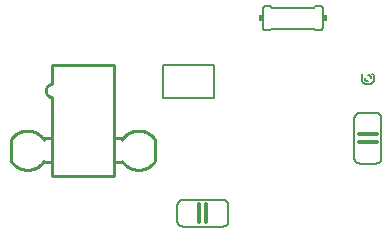
<source format=gto>
G75*
%MOIN*%
%OFA0B0*%
%FSLAX25Y25*%
%IPPOS*%
%LPD*%
%AMOC8*
5,1,8,0,0,1.08239X$1,22.5*
%
%ADD10C,0.00600*%
%ADD11C,0.01200*%
%ADD12R,0.01500X0.02000*%
%ADD13C,0.00500*%
%ADD14C,0.01000*%
D10*
X0063100Y0024100D02*
X0063100Y0029100D01*
X0063102Y0029187D01*
X0063108Y0029274D01*
X0063117Y0029361D01*
X0063130Y0029447D01*
X0063147Y0029533D01*
X0063168Y0029618D01*
X0063193Y0029701D01*
X0063221Y0029784D01*
X0063252Y0029865D01*
X0063287Y0029945D01*
X0063326Y0030023D01*
X0063368Y0030100D01*
X0063413Y0030175D01*
X0063462Y0030247D01*
X0063513Y0030318D01*
X0063568Y0030386D01*
X0063625Y0030451D01*
X0063686Y0030514D01*
X0063749Y0030575D01*
X0063814Y0030632D01*
X0063882Y0030687D01*
X0063953Y0030738D01*
X0064025Y0030787D01*
X0064100Y0030832D01*
X0064177Y0030874D01*
X0064255Y0030913D01*
X0064335Y0030948D01*
X0064416Y0030979D01*
X0064499Y0031007D01*
X0064582Y0031032D01*
X0064667Y0031053D01*
X0064753Y0031070D01*
X0064839Y0031083D01*
X0064926Y0031092D01*
X0065013Y0031098D01*
X0065100Y0031100D01*
X0078100Y0031100D01*
X0078187Y0031098D01*
X0078274Y0031092D01*
X0078361Y0031083D01*
X0078447Y0031070D01*
X0078533Y0031053D01*
X0078618Y0031032D01*
X0078701Y0031007D01*
X0078784Y0030979D01*
X0078865Y0030948D01*
X0078945Y0030913D01*
X0079023Y0030874D01*
X0079100Y0030832D01*
X0079175Y0030787D01*
X0079247Y0030738D01*
X0079318Y0030687D01*
X0079386Y0030632D01*
X0079451Y0030575D01*
X0079514Y0030514D01*
X0079575Y0030451D01*
X0079632Y0030386D01*
X0079687Y0030318D01*
X0079738Y0030247D01*
X0079787Y0030175D01*
X0079832Y0030100D01*
X0079874Y0030023D01*
X0079913Y0029945D01*
X0079948Y0029865D01*
X0079979Y0029784D01*
X0080007Y0029701D01*
X0080032Y0029618D01*
X0080053Y0029533D01*
X0080070Y0029447D01*
X0080083Y0029361D01*
X0080092Y0029274D01*
X0080098Y0029187D01*
X0080100Y0029100D01*
X0080100Y0024100D01*
X0080098Y0024013D01*
X0080092Y0023926D01*
X0080083Y0023839D01*
X0080070Y0023753D01*
X0080053Y0023667D01*
X0080032Y0023582D01*
X0080007Y0023499D01*
X0079979Y0023416D01*
X0079948Y0023335D01*
X0079913Y0023255D01*
X0079874Y0023177D01*
X0079832Y0023100D01*
X0079787Y0023025D01*
X0079738Y0022953D01*
X0079687Y0022882D01*
X0079632Y0022814D01*
X0079575Y0022749D01*
X0079514Y0022686D01*
X0079451Y0022625D01*
X0079386Y0022568D01*
X0079318Y0022513D01*
X0079247Y0022462D01*
X0079175Y0022413D01*
X0079100Y0022368D01*
X0079023Y0022326D01*
X0078945Y0022287D01*
X0078865Y0022252D01*
X0078784Y0022221D01*
X0078701Y0022193D01*
X0078618Y0022168D01*
X0078533Y0022147D01*
X0078447Y0022130D01*
X0078361Y0022117D01*
X0078274Y0022108D01*
X0078187Y0022102D01*
X0078100Y0022100D01*
X0065100Y0022100D01*
X0065013Y0022102D01*
X0064926Y0022108D01*
X0064839Y0022117D01*
X0064753Y0022130D01*
X0064667Y0022147D01*
X0064582Y0022168D01*
X0064499Y0022193D01*
X0064416Y0022221D01*
X0064335Y0022252D01*
X0064255Y0022287D01*
X0064177Y0022326D01*
X0064100Y0022368D01*
X0064025Y0022413D01*
X0063953Y0022462D01*
X0063882Y0022513D01*
X0063814Y0022568D01*
X0063749Y0022625D01*
X0063686Y0022686D01*
X0063625Y0022749D01*
X0063568Y0022814D01*
X0063513Y0022882D01*
X0063462Y0022953D01*
X0063413Y0023025D01*
X0063368Y0023100D01*
X0063326Y0023177D01*
X0063287Y0023255D01*
X0063252Y0023335D01*
X0063221Y0023416D01*
X0063193Y0023499D01*
X0063168Y0023582D01*
X0063147Y0023667D01*
X0063130Y0023753D01*
X0063117Y0023839D01*
X0063108Y0023926D01*
X0063102Y0024013D01*
X0063100Y0024100D01*
X0122100Y0045100D02*
X0122100Y0058100D01*
X0122102Y0058187D01*
X0122108Y0058274D01*
X0122117Y0058361D01*
X0122130Y0058447D01*
X0122147Y0058533D01*
X0122168Y0058618D01*
X0122193Y0058701D01*
X0122221Y0058784D01*
X0122252Y0058865D01*
X0122287Y0058945D01*
X0122326Y0059023D01*
X0122368Y0059100D01*
X0122413Y0059175D01*
X0122462Y0059247D01*
X0122513Y0059318D01*
X0122568Y0059386D01*
X0122625Y0059451D01*
X0122686Y0059514D01*
X0122749Y0059575D01*
X0122814Y0059632D01*
X0122882Y0059687D01*
X0122953Y0059738D01*
X0123025Y0059787D01*
X0123100Y0059832D01*
X0123177Y0059874D01*
X0123255Y0059913D01*
X0123335Y0059948D01*
X0123416Y0059979D01*
X0123499Y0060007D01*
X0123582Y0060032D01*
X0123667Y0060053D01*
X0123753Y0060070D01*
X0123839Y0060083D01*
X0123926Y0060092D01*
X0124013Y0060098D01*
X0124100Y0060100D01*
X0129100Y0060100D01*
X0129187Y0060098D01*
X0129274Y0060092D01*
X0129361Y0060083D01*
X0129447Y0060070D01*
X0129533Y0060053D01*
X0129618Y0060032D01*
X0129701Y0060007D01*
X0129784Y0059979D01*
X0129865Y0059948D01*
X0129945Y0059913D01*
X0130023Y0059874D01*
X0130100Y0059832D01*
X0130175Y0059787D01*
X0130247Y0059738D01*
X0130318Y0059687D01*
X0130386Y0059632D01*
X0130451Y0059575D01*
X0130514Y0059514D01*
X0130575Y0059451D01*
X0130632Y0059386D01*
X0130687Y0059318D01*
X0130738Y0059247D01*
X0130787Y0059175D01*
X0130832Y0059100D01*
X0130874Y0059023D01*
X0130913Y0058945D01*
X0130948Y0058865D01*
X0130979Y0058784D01*
X0131007Y0058701D01*
X0131032Y0058618D01*
X0131053Y0058533D01*
X0131070Y0058447D01*
X0131083Y0058361D01*
X0131092Y0058274D01*
X0131098Y0058187D01*
X0131100Y0058100D01*
X0131100Y0045100D01*
X0131098Y0045013D01*
X0131092Y0044926D01*
X0131083Y0044839D01*
X0131070Y0044753D01*
X0131053Y0044667D01*
X0131032Y0044582D01*
X0131007Y0044499D01*
X0130979Y0044416D01*
X0130948Y0044335D01*
X0130913Y0044255D01*
X0130874Y0044177D01*
X0130832Y0044100D01*
X0130787Y0044025D01*
X0130738Y0043953D01*
X0130687Y0043882D01*
X0130632Y0043814D01*
X0130575Y0043749D01*
X0130514Y0043686D01*
X0130451Y0043625D01*
X0130386Y0043568D01*
X0130318Y0043513D01*
X0130247Y0043462D01*
X0130175Y0043413D01*
X0130100Y0043368D01*
X0130023Y0043326D01*
X0129945Y0043287D01*
X0129865Y0043252D01*
X0129784Y0043221D01*
X0129701Y0043193D01*
X0129618Y0043168D01*
X0129533Y0043147D01*
X0129447Y0043130D01*
X0129361Y0043117D01*
X0129274Y0043108D01*
X0129187Y0043102D01*
X0129100Y0043100D01*
X0124100Y0043100D01*
X0124013Y0043102D01*
X0123926Y0043108D01*
X0123839Y0043117D01*
X0123753Y0043130D01*
X0123667Y0043147D01*
X0123582Y0043168D01*
X0123499Y0043193D01*
X0123416Y0043221D01*
X0123335Y0043252D01*
X0123255Y0043287D01*
X0123177Y0043326D01*
X0123100Y0043368D01*
X0123025Y0043413D01*
X0122953Y0043462D01*
X0122882Y0043513D01*
X0122814Y0043568D01*
X0122749Y0043625D01*
X0122686Y0043686D01*
X0122625Y0043749D01*
X0122568Y0043814D01*
X0122513Y0043882D01*
X0122462Y0043953D01*
X0122413Y0044025D01*
X0122368Y0044100D01*
X0122326Y0044177D01*
X0122287Y0044255D01*
X0122252Y0044335D01*
X0122221Y0044416D01*
X0122193Y0044499D01*
X0122168Y0044582D01*
X0122147Y0044667D01*
X0122130Y0044753D01*
X0122117Y0044839D01*
X0122108Y0044926D01*
X0122102Y0045013D01*
X0122100Y0045100D01*
X0125100Y0070100D02*
X0124600Y0070600D01*
X0124600Y0072600D01*
X0125100Y0073100D01*
X0125100Y0070100D02*
X0125165Y0070038D01*
X0125233Y0069978D01*
X0125303Y0069922D01*
X0125375Y0069868D01*
X0125450Y0069818D01*
X0125527Y0069771D01*
X0125605Y0069727D01*
X0125686Y0069686D01*
X0125768Y0069649D01*
X0125851Y0069616D01*
X0125936Y0069586D01*
X0126022Y0069559D01*
X0126109Y0069537D01*
X0126197Y0069518D01*
X0126286Y0069502D01*
X0126375Y0069491D01*
X0126465Y0069483D01*
X0126555Y0069479D01*
X0126645Y0069479D01*
X0126735Y0069483D01*
X0126825Y0069491D01*
X0126914Y0069502D01*
X0127003Y0069518D01*
X0127091Y0069537D01*
X0127178Y0069559D01*
X0127264Y0069586D01*
X0127349Y0069616D01*
X0127432Y0069649D01*
X0127514Y0069686D01*
X0127595Y0069727D01*
X0127673Y0069771D01*
X0127750Y0069818D01*
X0127825Y0069868D01*
X0127897Y0069922D01*
X0127967Y0069978D01*
X0128035Y0070038D01*
X0128100Y0070100D01*
X0128600Y0070600D01*
X0128600Y0072600D01*
X0128100Y0073100D01*
X0127600Y0071600D02*
X0127598Y0071660D01*
X0127593Y0071721D01*
X0127584Y0071780D01*
X0127571Y0071839D01*
X0127555Y0071898D01*
X0127535Y0071955D01*
X0127512Y0072010D01*
X0127485Y0072065D01*
X0127456Y0072117D01*
X0127423Y0072168D01*
X0127387Y0072217D01*
X0127349Y0072263D01*
X0127307Y0072307D01*
X0127263Y0072349D01*
X0127217Y0072387D01*
X0127168Y0072423D01*
X0127117Y0072456D01*
X0127065Y0072485D01*
X0127010Y0072512D01*
X0126955Y0072535D01*
X0126898Y0072555D01*
X0126839Y0072571D01*
X0126780Y0072584D01*
X0126721Y0072593D01*
X0126660Y0072598D01*
X0126600Y0072600D01*
X0125600Y0071600D02*
X0125602Y0071540D01*
X0125607Y0071479D01*
X0125616Y0071420D01*
X0125629Y0071361D01*
X0125645Y0071302D01*
X0125665Y0071245D01*
X0125688Y0071190D01*
X0125715Y0071135D01*
X0125744Y0071083D01*
X0125777Y0071032D01*
X0125813Y0070983D01*
X0125851Y0070937D01*
X0125893Y0070893D01*
X0125937Y0070851D01*
X0125983Y0070813D01*
X0126032Y0070777D01*
X0126083Y0070744D01*
X0126135Y0070715D01*
X0126190Y0070688D01*
X0126245Y0070665D01*
X0126302Y0070645D01*
X0126361Y0070629D01*
X0126420Y0070616D01*
X0126479Y0070607D01*
X0126540Y0070602D01*
X0126600Y0070600D01*
X0110600Y0087600D02*
X0109100Y0087600D01*
X0108600Y0088100D01*
X0094600Y0088100D01*
X0094100Y0087600D01*
X0092600Y0087600D01*
X0092540Y0087602D01*
X0092479Y0087607D01*
X0092420Y0087616D01*
X0092361Y0087629D01*
X0092302Y0087645D01*
X0092245Y0087665D01*
X0092190Y0087688D01*
X0092135Y0087715D01*
X0092083Y0087744D01*
X0092032Y0087777D01*
X0091983Y0087813D01*
X0091937Y0087851D01*
X0091893Y0087893D01*
X0091851Y0087937D01*
X0091813Y0087983D01*
X0091777Y0088032D01*
X0091744Y0088083D01*
X0091715Y0088135D01*
X0091688Y0088190D01*
X0091665Y0088245D01*
X0091645Y0088302D01*
X0091629Y0088361D01*
X0091616Y0088420D01*
X0091607Y0088479D01*
X0091602Y0088540D01*
X0091600Y0088600D01*
X0091600Y0094600D01*
X0091602Y0094660D01*
X0091607Y0094721D01*
X0091616Y0094780D01*
X0091629Y0094839D01*
X0091645Y0094898D01*
X0091665Y0094955D01*
X0091688Y0095010D01*
X0091715Y0095065D01*
X0091744Y0095117D01*
X0091777Y0095168D01*
X0091813Y0095217D01*
X0091851Y0095263D01*
X0091893Y0095307D01*
X0091937Y0095349D01*
X0091983Y0095387D01*
X0092032Y0095423D01*
X0092083Y0095456D01*
X0092135Y0095485D01*
X0092190Y0095512D01*
X0092245Y0095535D01*
X0092302Y0095555D01*
X0092361Y0095571D01*
X0092420Y0095584D01*
X0092479Y0095593D01*
X0092540Y0095598D01*
X0092600Y0095600D01*
X0094100Y0095600D01*
X0094600Y0095100D01*
X0108600Y0095100D01*
X0109100Y0095600D01*
X0110600Y0095600D01*
X0110660Y0095598D01*
X0110721Y0095593D01*
X0110780Y0095584D01*
X0110839Y0095571D01*
X0110898Y0095555D01*
X0110955Y0095535D01*
X0111010Y0095512D01*
X0111065Y0095485D01*
X0111117Y0095456D01*
X0111168Y0095423D01*
X0111217Y0095387D01*
X0111263Y0095349D01*
X0111307Y0095307D01*
X0111349Y0095263D01*
X0111387Y0095217D01*
X0111423Y0095168D01*
X0111456Y0095117D01*
X0111485Y0095065D01*
X0111512Y0095010D01*
X0111535Y0094955D01*
X0111555Y0094898D01*
X0111571Y0094839D01*
X0111584Y0094780D01*
X0111593Y0094721D01*
X0111598Y0094660D01*
X0111600Y0094600D01*
X0111600Y0088600D01*
X0111598Y0088540D01*
X0111593Y0088479D01*
X0111584Y0088420D01*
X0111571Y0088361D01*
X0111555Y0088302D01*
X0111535Y0088245D01*
X0111512Y0088190D01*
X0111485Y0088135D01*
X0111456Y0088083D01*
X0111423Y0088032D01*
X0111387Y0087983D01*
X0111349Y0087937D01*
X0111307Y0087893D01*
X0111263Y0087851D01*
X0111217Y0087813D01*
X0111168Y0087777D01*
X0111117Y0087744D01*
X0111065Y0087715D01*
X0111010Y0087688D01*
X0110955Y0087665D01*
X0110898Y0087645D01*
X0110839Y0087629D01*
X0110780Y0087616D01*
X0110721Y0087607D01*
X0110660Y0087602D01*
X0110600Y0087600D01*
D11*
X0123600Y0052800D02*
X0129600Y0052800D01*
X0129600Y0050300D02*
X0123600Y0050300D01*
X0072800Y0029600D02*
X0072800Y0023600D01*
X0070300Y0023600D02*
X0070300Y0029600D01*
D12*
X0090850Y0091600D03*
X0112350Y0091600D03*
D13*
X0075183Y0075852D02*
X0075183Y0065025D01*
X0058450Y0065025D01*
X0058450Y0075852D01*
X0075183Y0075852D01*
D14*
X0021364Y0065261D02*
X0021364Y0038883D01*
X0041836Y0038883D01*
X0041836Y0075891D01*
X0021364Y0075891D01*
X0021364Y0069592D01*
X0021272Y0069590D01*
X0021180Y0069584D01*
X0021089Y0069574D01*
X0020998Y0069561D01*
X0020908Y0069543D01*
X0020818Y0069522D01*
X0020730Y0069497D01*
X0020643Y0069468D01*
X0020557Y0069436D01*
X0020472Y0069400D01*
X0020389Y0069360D01*
X0020308Y0069317D01*
X0020229Y0069271D01*
X0020152Y0069221D01*
X0020077Y0069168D01*
X0020004Y0069111D01*
X0019934Y0069052D01*
X0019866Y0068990D01*
X0019801Y0068925D01*
X0019739Y0068857D01*
X0019680Y0068787D01*
X0019623Y0068714D01*
X0019570Y0068639D01*
X0019520Y0068562D01*
X0019474Y0068483D01*
X0019431Y0068402D01*
X0019391Y0068319D01*
X0019355Y0068234D01*
X0019323Y0068148D01*
X0019294Y0068061D01*
X0019269Y0067973D01*
X0019248Y0067883D01*
X0019230Y0067793D01*
X0019217Y0067702D01*
X0019207Y0067611D01*
X0019201Y0067519D01*
X0019199Y0067427D01*
X0019201Y0067335D01*
X0019207Y0067243D01*
X0019217Y0067152D01*
X0019230Y0067061D01*
X0019248Y0066971D01*
X0019269Y0066881D01*
X0019294Y0066793D01*
X0019323Y0066706D01*
X0019355Y0066620D01*
X0019391Y0066535D01*
X0019431Y0066452D01*
X0019474Y0066371D01*
X0019520Y0066292D01*
X0019570Y0066215D01*
X0019623Y0066140D01*
X0019680Y0066067D01*
X0019739Y0065997D01*
X0019801Y0065929D01*
X0019866Y0065864D01*
X0019934Y0065802D01*
X0020004Y0065743D01*
X0020077Y0065686D01*
X0020152Y0065633D01*
X0020229Y0065583D01*
X0020308Y0065537D01*
X0020389Y0065494D01*
X0020472Y0065454D01*
X0020557Y0065418D01*
X0020643Y0065386D01*
X0020730Y0065357D01*
X0020818Y0065332D01*
X0020908Y0065311D01*
X0020998Y0065293D01*
X0021089Y0065280D01*
X0021180Y0065270D01*
X0021272Y0065264D01*
X0021364Y0065262D01*
X0020970Y0051482D02*
X0018214Y0051482D01*
X0018607Y0044002D02*
X0018519Y0043869D01*
X0018428Y0043738D01*
X0018334Y0043609D01*
X0018236Y0043482D01*
X0018136Y0043358D01*
X0018032Y0043237D01*
X0017926Y0043118D01*
X0017816Y0043001D01*
X0017704Y0042887D01*
X0017589Y0042776D01*
X0017472Y0042668D01*
X0017352Y0042563D01*
X0017229Y0042461D01*
X0017104Y0042362D01*
X0016976Y0042266D01*
X0016846Y0042173D01*
X0016714Y0042083D01*
X0016580Y0041996D01*
X0016444Y0041913D01*
X0016305Y0041833D01*
X0016165Y0041756D01*
X0016023Y0041683D01*
X0015880Y0041614D01*
X0015734Y0041548D01*
X0015587Y0041485D01*
X0015439Y0041426D01*
X0015289Y0041371D01*
X0015138Y0041319D01*
X0014985Y0041271D01*
X0014832Y0041227D01*
X0014677Y0041187D01*
X0014522Y0041150D01*
X0014366Y0041117D01*
X0014209Y0041088D01*
X0014051Y0041063D01*
X0013893Y0041042D01*
X0013734Y0041024D01*
X0013575Y0041011D01*
X0013415Y0041001D01*
X0013256Y0040995D01*
X0013096Y0040993D01*
X0012936Y0040995D01*
X0012777Y0041001D01*
X0012617Y0041011D01*
X0012458Y0041024D01*
X0012299Y0041042D01*
X0012141Y0041063D01*
X0011983Y0041088D01*
X0011826Y0041117D01*
X0011670Y0041150D01*
X0011515Y0041187D01*
X0011360Y0041227D01*
X0011207Y0041271D01*
X0011054Y0041319D01*
X0010903Y0041371D01*
X0010753Y0041426D01*
X0010605Y0041485D01*
X0010458Y0041548D01*
X0010312Y0041614D01*
X0010169Y0041683D01*
X0010027Y0041756D01*
X0009887Y0041833D01*
X0009748Y0041913D01*
X0009612Y0041996D01*
X0009478Y0042083D01*
X0009346Y0042173D01*
X0009216Y0042266D01*
X0009088Y0042362D01*
X0008963Y0042461D01*
X0008840Y0042563D01*
X0008720Y0042668D01*
X0008603Y0042776D01*
X0008488Y0042887D01*
X0008376Y0043001D01*
X0008266Y0043118D01*
X0008160Y0043237D01*
X0008056Y0043358D01*
X0007956Y0043482D01*
X0007858Y0043609D01*
X0007764Y0043738D01*
X0007673Y0043869D01*
X0007585Y0044002D01*
X0007584Y0044002D02*
X0007584Y0051088D01*
X0007585Y0051088D02*
X0007673Y0051221D01*
X0007764Y0051352D01*
X0007858Y0051481D01*
X0007956Y0051608D01*
X0008056Y0051732D01*
X0008160Y0051853D01*
X0008266Y0051972D01*
X0008376Y0052089D01*
X0008488Y0052203D01*
X0008603Y0052314D01*
X0008720Y0052422D01*
X0008840Y0052527D01*
X0008963Y0052629D01*
X0009088Y0052728D01*
X0009216Y0052824D01*
X0009346Y0052917D01*
X0009478Y0053007D01*
X0009612Y0053094D01*
X0009748Y0053177D01*
X0009887Y0053257D01*
X0010027Y0053334D01*
X0010169Y0053407D01*
X0010312Y0053476D01*
X0010458Y0053542D01*
X0010605Y0053605D01*
X0010753Y0053664D01*
X0010903Y0053719D01*
X0011054Y0053771D01*
X0011207Y0053819D01*
X0011360Y0053863D01*
X0011515Y0053903D01*
X0011670Y0053940D01*
X0011826Y0053973D01*
X0011983Y0054002D01*
X0012141Y0054027D01*
X0012299Y0054048D01*
X0012458Y0054066D01*
X0012617Y0054079D01*
X0012777Y0054089D01*
X0012936Y0054095D01*
X0013096Y0054097D01*
X0013256Y0054095D01*
X0013415Y0054089D01*
X0013575Y0054079D01*
X0013734Y0054066D01*
X0013893Y0054048D01*
X0014051Y0054027D01*
X0014209Y0054002D01*
X0014366Y0053973D01*
X0014522Y0053940D01*
X0014677Y0053903D01*
X0014832Y0053863D01*
X0014985Y0053819D01*
X0015138Y0053771D01*
X0015289Y0053719D01*
X0015439Y0053664D01*
X0015587Y0053605D01*
X0015734Y0053542D01*
X0015880Y0053476D01*
X0016023Y0053407D01*
X0016165Y0053334D01*
X0016305Y0053257D01*
X0016444Y0053177D01*
X0016580Y0053094D01*
X0016714Y0053007D01*
X0016846Y0052917D01*
X0016976Y0052824D01*
X0017104Y0052728D01*
X0017229Y0052629D01*
X0017352Y0052527D01*
X0017472Y0052422D01*
X0017589Y0052314D01*
X0017704Y0052203D01*
X0017816Y0052089D01*
X0017926Y0051972D01*
X0018032Y0051853D01*
X0018136Y0051732D01*
X0018236Y0051608D01*
X0018334Y0051481D01*
X0018428Y0051352D01*
X0018519Y0051221D01*
X0018607Y0051088D01*
X0018214Y0043608D02*
X0020970Y0043608D01*
X0042230Y0043608D02*
X0044986Y0043608D01*
X0044593Y0051088D02*
X0044681Y0051221D01*
X0044772Y0051352D01*
X0044866Y0051481D01*
X0044964Y0051608D01*
X0045064Y0051732D01*
X0045168Y0051853D01*
X0045274Y0051972D01*
X0045384Y0052089D01*
X0045496Y0052203D01*
X0045611Y0052314D01*
X0045728Y0052422D01*
X0045848Y0052527D01*
X0045971Y0052629D01*
X0046096Y0052728D01*
X0046224Y0052824D01*
X0046354Y0052917D01*
X0046486Y0053007D01*
X0046620Y0053094D01*
X0046756Y0053177D01*
X0046895Y0053257D01*
X0047035Y0053334D01*
X0047177Y0053407D01*
X0047320Y0053476D01*
X0047466Y0053542D01*
X0047613Y0053605D01*
X0047761Y0053664D01*
X0047911Y0053719D01*
X0048062Y0053771D01*
X0048215Y0053819D01*
X0048368Y0053863D01*
X0048523Y0053903D01*
X0048678Y0053940D01*
X0048834Y0053973D01*
X0048991Y0054002D01*
X0049149Y0054027D01*
X0049307Y0054048D01*
X0049466Y0054066D01*
X0049625Y0054079D01*
X0049785Y0054089D01*
X0049944Y0054095D01*
X0050104Y0054097D01*
X0050264Y0054095D01*
X0050423Y0054089D01*
X0050583Y0054079D01*
X0050742Y0054066D01*
X0050901Y0054048D01*
X0051059Y0054027D01*
X0051217Y0054002D01*
X0051374Y0053973D01*
X0051530Y0053940D01*
X0051685Y0053903D01*
X0051840Y0053863D01*
X0051993Y0053819D01*
X0052146Y0053771D01*
X0052297Y0053719D01*
X0052447Y0053664D01*
X0052595Y0053605D01*
X0052742Y0053542D01*
X0052888Y0053476D01*
X0053031Y0053407D01*
X0053173Y0053334D01*
X0053313Y0053257D01*
X0053452Y0053177D01*
X0053588Y0053094D01*
X0053722Y0053007D01*
X0053854Y0052917D01*
X0053984Y0052824D01*
X0054112Y0052728D01*
X0054237Y0052629D01*
X0054360Y0052527D01*
X0054480Y0052422D01*
X0054597Y0052314D01*
X0054712Y0052203D01*
X0054824Y0052089D01*
X0054934Y0051972D01*
X0055040Y0051853D01*
X0055144Y0051732D01*
X0055244Y0051608D01*
X0055342Y0051481D01*
X0055436Y0051352D01*
X0055527Y0051221D01*
X0055615Y0051088D01*
X0055616Y0051088D02*
X0055616Y0044002D01*
X0055615Y0044002D02*
X0055527Y0043869D01*
X0055436Y0043738D01*
X0055342Y0043609D01*
X0055244Y0043482D01*
X0055144Y0043358D01*
X0055040Y0043237D01*
X0054934Y0043118D01*
X0054824Y0043001D01*
X0054712Y0042887D01*
X0054597Y0042776D01*
X0054480Y0042668D01*
X0054360Y0042563D01*
X0054237Y0042461D01*
X0054112Y0042362D01*
X0053984Y0042266D01*
X0053854Y0042173D01*
X0053722Y0042083D01*
X0053588Y0041996D01*
X0053452Y0041913D01*
X0053313Y0041833D01*
X0053173Y0041756D01*
X0053031Y0041683D01*
X0052888Y0041614D01*
X0052742Y0041548D01*
X0052595Y0041485D01*
X0052447Y0041426D01*
X0052297Y0041371D01*
X0052146Y0041319D01*
X0051993Y0041271D01*
X0051840Y0041227D01*
X0051685Y0041187D01*
X0051530Y0041150D01*
X0051374Y0041117D01*
X0051217Y0041088D01*
X0051059Y0041063D01*
X0050901Y0041042D01*
X0050742Y0041024D01*
X0050583Y0041011D01*
X0050423Y0041001D01*
X0050264Y0040995D01*
X0050104Y0040993D01*
X0049944Y0040995D01*
X0049785Y0041001D01*
X0049625Y0041011D01*
X0049466Y0041024D01*
X0049307Y0041042D01*
X0049149Y0041063D01*
X0048991Y0041088D01*
X0048834Y0041117D01*
X0048678Y0041150D01*
X0048523Y0041187D01*
X0048368Y0041227D01*
X0048215Y0041271D01*
X0048062Y0041319D01*
X0047911Y0041371D01*
X0047761Y0041426D01*
X0047613Y0041485D01*
X0047466Y0041548D01*
X0047320Y0041614D01*
X0047177Y0041683D01*
X0047035Y0041756D01*
X0046895Y0041833D01*
X0046756Y0041913D01*
X0046620Y0041996D01*
X0046486Y0042083D01*
X0046354Y0042173D01*
X0046224Y0042266D01*
X0046096Y0042362D01*
X0045971Y0042461D01*
X0045848Y0042563D01*
X0045728Y0042668D01*
X0045611Y0042776D01*
X0045496Y0042887D01*
X0045384Y0043001D01*
X0045274Y0043118D01*
X0045168Y0043237D01*
X0045064Y0043358D01*
X0044964Y0043482D01*
X0044866Y0043609D01*
X0044772Y0043738D01*
X0044681Y0043869D01*
X0044593Y0044002D01*
X0044986Y0051482D02*
X0042230Y0051482D01*
M02*

</source>
